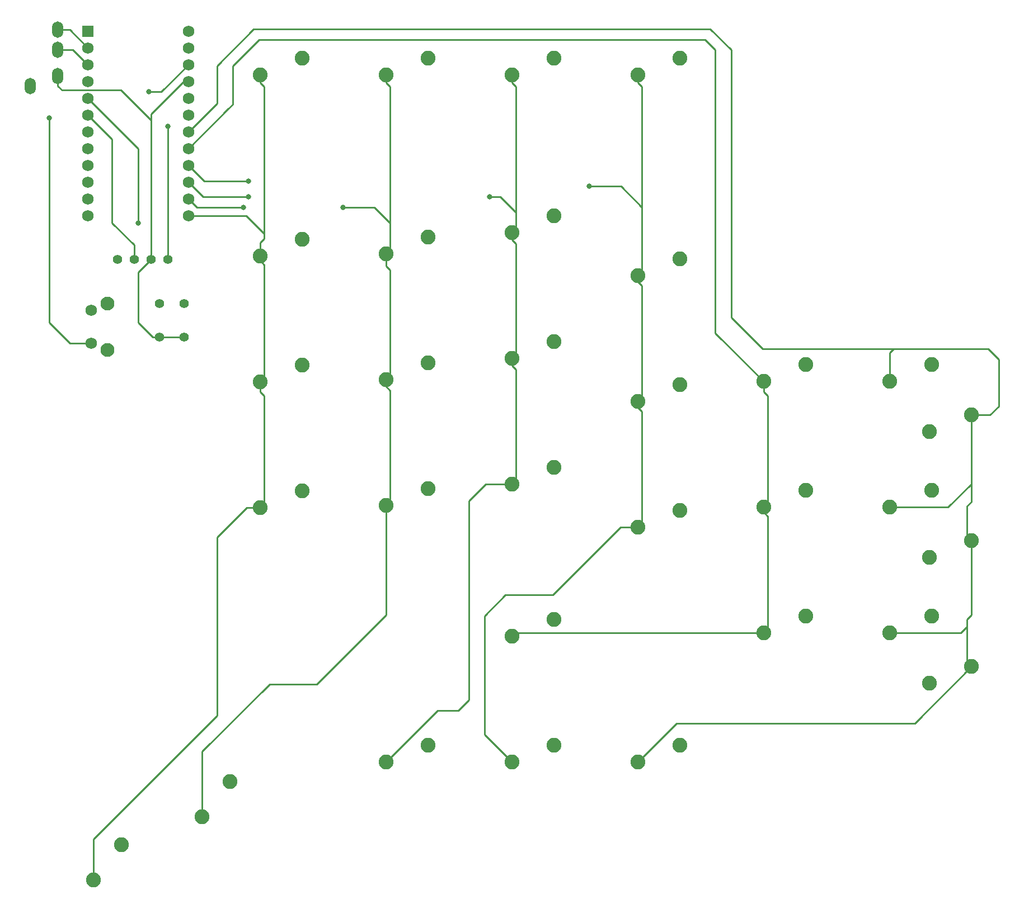
<source format=gtl>
G04 #@! TF.GenerationSoftware,KiCad,Pcbnew,5.1.10*
G04 #@! TF.CreationDate,2022-03-09T15:20:40-05:00*
G04 #@! TF.ProjectId,bourbondox2_right,626f7572-626f-46e6-946f-78325f726967,rev?*
G04 #@! TF.SameCoordinates,Original*
G04 #@! TF.FileFunction,Copper,L1,Top*
G04 #@! TF.FilePolarity,Positive*
%FSLAX46Y46*%
G04 Gerber Fmt 4.6, Leading zero omitted, Abs format (unit mm)*
G04 Created by KiCad (PCBNEW 5.1.10) date 2022-03-09 15:20:40*
%MOMM*%
%LPD*%
G01*
G04 APERTURE LIST*
G04 #@! TA.AperFunction,ComponentPad*
%ADD10C,1.752600*%
G04 #@! TD*
G04 #@! TA.AperFunction,ComponentPad*
%ADD11R,1.752600X1.752600*%
G04 #@! TD*
G04 #@! TA.AperFunction,ComponentPad*
%ADD12C,2.100000*%
G04 #@! TD*
G04 #@! TA.AperFunction,ComponentPad*
%ADD13C,1.750000*%
G04 #@! TD*
G04 #@! TA.AperFunction,ComponentPad*
%ADD14C,1.397000*%
G04 #@! TD*
G04 #@! TA.AperFunction,ComponentPad*
%ADD15C,2.250000*%
G04 #@! TD*
G04 #@! TA.AperFunction,ComponentPad*
%ADD16O,1.700000X2.500000*%
G04 #@! TD*
G04 #@! TA.AperFunction,ViaPad*
%ADD17C,0.800000*%
G04 #@! TD*
G04 #@! TA.AperFunction,Conductor*
%ADD18C,0.250000*%
G04 #@! TD*
G04 APERTURE END LIST*
D10*
G04 #@! TO.P,U1,24*
G04 #@! TO.N,Net-(U1-Pad24)*
X74295000Y-32067500D03*
G04 #@! TO.P,U1,12*
G04 #@! TO.N,row4*
X59055000Y-60007500D03*
G04 #@! TO.P,U1,23*
G04 #@! TO.N,GND*
X74295000Y-34607500D03*
G04 #@! TO.P,U1,22*
G04 #@! TO.N,RESET*
X74295000Y-37147500D03*
G04 #@! TO.P,U1,21*
G04 #@! TO.N,VCC*
X74295000Y-39687500D03*
G04 #@! TO.P,U1,20*
G04 #@! TO.N,Net-(U1-Pad20)*
X74295000Y-42227500D03*
G04 #@! TO.P,U1,19*
G04 #@! TO.N,Net-(U1-Pad19)*
X74295000Y-44767500D03*
G04 #@! TO.P,U1,18*
G04 #@! TO.N,col0*
X74295000Y-47307500D03*
G04 #@! TO.P,U1,17*
G04 #@! TO.N,col1*
X74295000Y-49847500D03*
G04 #@! TO.P,U1,16*
G04 #@! TO.N,col2*
X74295000Y-52387500D03*
G04 #@! TO.P,U1,15*
G04 #@! TO.N,col3*
X74295000Y-54927500D03*
G04 #@! TO.P,U1,14*
G04 #@! TO.N,col4*
X74295000Y-57467500D03*
G04 #@! TO.P,U1,13*
G04 #@! TO.N,col5*
X74295000Y-60007500D03*
G04 #@! TO.P,U1,11*
G04 #@! TO.N,row3*
X59055000Y-57467500D03*
G04 #@! TO.P,U1,10*
G04 #@! TO.N,row2*
X59055000Y-54927500D03*
G04 #@! TO.P,U1,9*
G04 #@! TO.N,row1*
X59055000Y-52387500D03*
G04 #@! TO.P,U1,8*
G04 #@! TO.N,row0*
X59055000Y-49847500D03*
G04 #@! TO.P,U1,7*
G04 #@! TO.N,Net-(U1-Pad7)*
X59055000Y-47307500D03*
G04 #@! TO.P,U1,6*
G04 #@! TO.N,SCL*
X59055000Y-44767500D03*
G04 #@! TO.P,U1,5*
G04 #@! TO.N,SDA*
X59055000Y-42227500D03*
G04 #@! TO.P,U1,4*
G04 #@! TO.N,GND*
X59055000Y-39687500D03*
G04 #@! TO.P,U1,3*
X59055000Y-37147500D03*
G04 #@! TO.P,U1,2*
G04 #@! TO.N,DATA*
X59055000Y-34607500D03*
D11*
G04 #@! TO.P,U1,1*
G04 #@! TO.N,Net-(U1-Pad1)*
X59055000Y-32067500D03*
G04 #@! TD*
D12*
G04 #@! TO.P,SW1,*
G04 #@! TO.N,*
X62021250Y-80375000D03*
D13*
G04 #@! TO.P,SW1,1*
G04 #@! TO.N,RESET*
X59531250Y-79375000D03*
G04 #@! TO.P,SW1,2*
G04 #@! TO.N,GND*
X59531250Y-74375000D03*
D12*
G04 #@! TO.P,SW1,*
G04 #@! TO.N,*
X62021250Y-73365000D03*
G04 #@! TD*
D14*
G04 #@! TO.P,R2,2*
G04 #@! TO.N,VCC*
X73624240Y-78378499D03*
G04 #@! TO.P,R2,1*
G04 #@! TO.N,SCL*
X73624240Y-73298499D03*
G04 #@! TD*
G04 #@! TO.P,R1,2*
G04 #@! TO.N,VCC*
X69850000Y-78378499D03*
G04 #@! TO.P,R1,1*
G04 #@! TO.N,SDA*
X69850000Y-73298499D03*
G04 #@! TD*
G04 #@! TO.P,OL1,4*
G04 #@! TO.N,GND*
X71120000Y-66675000D03*
G04 #@! TO.P,OL1,3*
G04 #@! TO.N,VCC*
X68580000Y-66675000D03*
G04 #@! TO.P,OL1,2*
G04 #@! TO.N,SCL*
X66040000Y-66675000D03*
G04 #@! TO.P,OL1,1*
G04 #@! TO.N,SDA*
X63500000Y-66675000D03*
G04 #@! TD*
D15*
G04 #@! TO.P,MX30_2,2*
G04 #@! TO.N,Net-(D30-Pad2)*
X186372500Y-130842500D03*
G04 #@! TO.P,MX30_2,1*
G04 #@! TO.N,col0*
X192722500Y-128302500D03*
G04 #@! TD*
G04 #@! TO.P,MX20_2,2*
G04 #@! TO.N,Net-(D20-Pad2)*
X186372500Y-111792500D03*
G04 #@! TO.P,MX20_2,1*
G04 #@! TO.N,col0*
X192722500Y-109252500D03*
G04 #@! TD*
G04 #@! TO.P,MX10_2,2*
G04 #@! TO.N,Net-(D10-Pad2)*
X186372500Y-92742500D03*
G04 #@! TO.P,MX10_2,1*
G04 #@! TO.N,col0*
X192722500Y-90202500D03*
G04 #@! TD*
G04 #@! TO.P,MX45,1*
G04 #@! TO.N,col5*
X59855301Y-160621545D03*
G04 #@! TO.P,MX45,2*
G04 #@! TO.N,Net-(D45-Pad2)*
X64084563Y-155246841D03*
G04 #@! TD*
G04 #@! TO.P,MX44,1*
G04 #@! TO.N,col4*
X76353085Y-151096545D03*
G04 #@! TO.P,MX44,2*
G04 #@! TO.N,Net-(D44-Pad2)*
X80582347Y-145721841D03*
G04 #@! TD*
G04 #@! TO.P,MX43,2*
G04 #@! TO.N,Net-(D43-Pad2)*
X110490000Y-140176250D03*
G04 #@! TO.P,MX43,1*
G04 #@! TO.N,col3*
X104140000Y-142716250D03*
G04 #@! TD*
G04 #@! TO.P,MX42,2*
G04 #@! TO.N,Net-(D42-Pad2)*
X129540000Y-140176250D03*
G04 #@! TO.P,MX42,1*
G04 #@! TO.N,col2*
X123190000Y-142716250D03*
G04 #@! TD*
G04 #@! TO.P,MX41,2*
G04 #@! TO.N,Net-(D41-Pad2)*
X129540000Y-121126250D03*
G04 #@! TO.P,MX41,1*
G04 #@! TO.N,col1*
X123190000Y-123666250D03*
G04 #@! TD*
G04 #@! TO.P,MX40,2*
G04 #@! TO.N,Net-(D40-Pad2)*
X148590000Y-140176250D03*
G04 #@! TO.P,MX40,1*
G04 #@! TO.N,col0*
X142240000Y-142716250D03*
G04 #@! TD*
G04 #@! TO.P,MX35,2*
G04 #@! TO.N,Net-(D35-Pad2)*
X91440000Y-101657500D03*
G04 #@! TO.P,MX35,1*
G04 #@! TO.N,col5*
X85090000Y-104197500D03*
G04 #@! TD*
G04 #@! TO.P,MX34,2*
G04 #@! TO.N,Net-(D34-Pad2)*
X110490000Y-101357500D03*
G04 #@! TO.P,MX34,1*
G04 #@! TO.N,col4*
X104140000Y-103897500D03*
G04 #@! TD*
G04 #@! TO.P,MX33,2*
G04 #@! TO.N,Net-(D33-Pad2)*
X129540000Y-98107500D03*
G04 #@! TO.P,MX33,1*
G04 #@! TO.N,col3*
X123190000Y-100647500D03*
G04 #@! TD*
G04 #@! TO.P,MX32,2*
G04 #@! TO.N,Net-(D32-Pad2)*
X148590000Y-104682500D03*
G04 #@! TO.P,MX32,1*
G04 #@! TO.N,col2*
X142240000Y-107222500D03*
G04 #@! TD*
G04 #@! TO.P,MX31,2*
G04 #@! TO.N,Net-(D31-Pad2)*
X167640000Y-120682500D03*
G04 #@! TO.P,MX31,1*
G04 #@! TO.N,col1*
X161290000Y-123222500D03*
G04 #@! TD*
G04 #@! TO.P,MX30,2*
G04 #@! TO.N,Net-(D30-Pad2)*
X186690000Y-120682500D03*
G04 #@! TO.P,MX30,1*
G04 #@! TO.N,col0*
X180340000Y-123222500D03*
G04 #@! TD*
G04 #@! TO.P,MX25,2*
G04 #@! TO.N,Net-(D25-Pad2)*
X91440000Y-82607500D03*
G04 #@! TO.P,MX25,1*
G04 #@! TO.N,col5*
X85090000Y-85147500D03*
G04 #@! TD*
G04 #@! TO.P,MX24,2*
G04 #@! TO.N,Net-(D24-Pad2)*
X110490000Y-82307500D03*
G04 #@! TO.P,MX24,1*
G04 #@! TO.N,col4*
X104140000Y-84847500D03*
G04 #@! TD*
G04 #@! TO.P,MX23,2*
G04 #@! TO.N,Net-(D23-Pad2)*
X129540000Y-79057500D03*
G04 #@! TO.P,MX23,1*
G04 #@! TO.N,col3*
X123190000Y-81597500D03*
G04 #@! TD*
G04 #@! TO.P,MX22,2*
G04 #@! TO.N,Net-(D22-Pad2)*
X148590000Y-85632500D03*
G04 #@! TO.P,MX22,1*
G04 #@! TO.N,col2*
X142240000Y-88172500D03*
G04 #@! TD*
G04 #@! TO.P,MX21,2*
G04 #@! TO.N,Net-(D21-Pad2)*
X167640000Y-101632500D03*
G04 #@! TO.P,MX21,1*
G04 #@! TO.N,col1*
X161290000Y-104172500D03*
G04 #@! TD*
G04 #@! TO.P,MX20,2*
G04 #@! TO.N,Net-(D20-Pad2)*
X186690000Y-101632500D03*
G04 #@! TO.P,MX20,1*
G04 #@! TO.N,col0*
X180340000Y-104172500D03*
G04 #@! TD*
G04 #@! TO.P,MX15,2*
G04 #@! TO.N,Net-(D15-Pad2)*
X91440000Y-63557500D03*
G04 #@! TO.P,MX15,1*
G04 #@! TO.N,col5*
X85090000Y-66097500D03*
G04 #@! TD*
G04 #@! TO.P,MX14,2*
G04 #@! TO.N,Net-(D14-Pad2)*
X110490000Y-63257500D03*
G04 #@! TO.P,MX14,1*
G04 #@! TO.N,col4*
X104140000Y-65797500D03*
G04 #@! TD*
G04 #@! TO.P,MX13,2*
G04 #@! TO.N,Net-(D13-Pad2)*
X129540000Y-60007500D03*
G04 #@! TO.P,MX13,1*
G04 #@! TO.N,col3*
X123190000Y-62547500D03*
G04 #@! TD*
G04 #@! TO.P,MX12,2*
G04 #@! TO.N,Net-(D12-Pad2)*
X148590000Y-66582500D03*
G04 #@! TO.P,MX12,1*
G04 #@! TO.N,col2*
X142240000Y-69122500D03*
G04 #@! TD*
G04 #@! TO.P,MX11,2*
G04 #@! TO.N,Net-(D11-Pad2)*
X167640000Y-82582500D03*
G04 #@! TO.P,MX11,1*
G04 #@! TO.N,col1*
X161290000Y-85122500D03*
G04 #@! TD*
G04 #@! TO.P,MX10,2*
G04 #@! TO.N,Net-(D10-Pad2)*
X186690000Y-82582500D03*
G04 #@! TO.P,MX10,1*
G04 #@! TO.N,col0*
X180340000Y-85122500D03*
G04 #@! TD*
G04 #@! TO.P,MX5,2*
G04 #@! TO.N,Net-(D5-Pad2)*
X91440000Y-36195000D03*
G04 #@! TO.P,MX5,1*
G04 #@! TO.N,col5*
X85090000Y-38735000D03*
G04 #@! TD*
G04 #@! TO.P,MX4,2*
G04 #@! TO.N,Net-(D4-Pad2)*
X110490000Y-36195000D03*
G04 #@! TO.P,MX4,1*
G04 #@! TO.N,col4*
X104140000Y-38735000D03*
G04 #@! TD*
G04 #@! TO.P,MX3,2*
G04 #@! TO.N,Net-(D3-Pad2)*
X129540000Y-36195000D03*
G04 #@! TO.P,MX3,1*
G04 #@! TO.N,col3*
X123190000Y-38735000D03*
G04 #@! TD*
G04 #@! TO.P,MX2,2*
G04 #@! TO.N,Net-(D2-Pad2)*
X148590000Y-36195000D03*
G04 #@! TO.P,MX2,1*
G04 #@! TO.N,col2*
X142240000Y-38735000D03*
G04 #@! TD*
D16*
G04 #@! TO.P,J1,A*
G04 #@! TO.N,Net-(J1-PadA)*
X50287500Y-40375000D03*
G04 #@! TO.P,J1,D*
G04 #@! TO.N,VCC*
X54487500Y-38875000D03*
G04 #@! TO.P,J1,C*
G04 #@! TO.N,GND*
X54487500Y-34875000D03*
G04 #@! TO.P,J1,B*
G04 #@! TO.N,DATA*
X54487500Y-31875000D03*
G04 #@! TD*
D17*
G04 #@! TO.N,GND*
X71120000Y-46513750D03*
G04 #@! TO.N,col2*
X134937500Y-55562500D03*
X83343750Y-54768750D03*
G04 #@! TO.N,col3*
X119856250Y-57150000D03*
X83343750Y-57150000D03*
G04 #@! TO.N,col4*
X97631250Y-58737500D03*
X82550000Y-58737500D03*
G04 #@! TO.N,SDA*
X66675000Y-61118750D03*
G04 #@! TO.N,RESET*
X53181250Y-45243750D03*
X68262500Y-41275000D03*
G04 #@! TD*
D18*
G04 #@! TO.N,VCC*
X73624240Y-78378499D02*
X69850000Y-78378499D01*
X69850000Y-78378499D02*
X68853499Y-78378499D01*
X68853499Y-78378499D02*
X66675000Y-76200000D01*
X66675000Y-68580000D02*
X68580000Y-66675000D01*
X66675000Y-76200000D02*
X66675000Y-68580000D01*
X73532926Y-39687500D02*
X74295000Y-39687500D01*
X68580000Y-44640426D02*
X73532926Y-39687500D01*
X64044949Y-41026199D02*
X68580000Y-45561250D01*
X54487500Y-38875000D02*
X54487500Y-40375000D01*
X54487500Y-40375000D02*
X55138699Y-41026199D01*
X68580000Y-45561250D02*
X68580000Y-44640426D01*
X55138699Y-41026199D02*
X64044949Y-41026199D01*
X68580000Y-66675000D02*
X68580000Y-45561250D01*
G04 #@! TO.N,GND*
X71120000Y-66675000D02*
X71120000Y-46513750D01*
X71120000Y-46513750D02*
X71120000Y-46513750D01*
X56782500Y-34875000D02*
X59055000Y-37147500D01*
X54487500Y-34875000D02*
X56782500Y-34875000D01*
G04 #@! TO.N,DATA*
X56322500Y-31875000D02*
X59055000Y-34607500D01*
X54487500Y-31875000D02*
X56322500Y-31875000D01*
G04 #@! TO.N,col0*
X196850000Y-81756250D02*
X196850000Y-88900000D01*
X195262500Y-80168750D02*
X196850000Y-81756250D01*
X196850000Y-88900000D02*
X195547500Y-90202500D01*
X180340000Y-80803750D02*
X180975000Y-80168750D01*
X195547500Y-90202500D02*
X192722500Y-90202500D01*
X180340000Y-85122500D02*
X180340000Y-80803750D01*
X192722500Y-103346250D02*
X192087500Y-103981250D01*
X192087500Y-108617500D02*
X192722500Y-109252500D01*
X192087500Y-103981250D02*
X192087500Y-108617500D01*
X189197500Y-104172500D02*
X192722500Y-100647500D01*
X180340000Y-104172500D02*
X189197500Y-104172500D01*
X192722500Y-100647500D02*
X192722500Y-103346250D01*
X192722500Y-90202500D02*
X192722500Y-100647500D01*
X192087500Y-127667500D02*
X192722500Y-128302500D01*
X192722500Y-120491250D02*
X192087500Y-121126250D01*
X192722500Y-109252500D02*
X192722500Y-120491250D01*
X191102500Y-123222500D02*
X192087500Y-122237500D01*
X180340000Y-123222500D02*
X191102500Y-123222500D01*
X192087500Y-122237500D02*
X192087500Y-127667500D01*
X192087500Y-121126250D02*
X192087500Y-122237500D01*
X192722500Y-128302500D02*
X184150000Y-136875000D01*
X148081250Y-136875000D02*
X142240000Y-142716250D01*
X184150000Y-136875000D02*
X148081250Y-136875000D01*
X180975000Y-80168750D02*
X184150000Y-80168750D01*
X184150000Y-80168750D02*
X195262500Y-80168750D01*
X78581250Y-43021250D02*
X74295000Y-47307500D01*
X78581250Y-37306250D02*
X78581250Y-38893750D01*
X84137500Y-31750000D02*
X78581250Y-37306250D01*
X153193750Y-31750000D02*
X84137500Y-31750000D01*
X156368750Y-34925000D02*
X153193750Y-31750000D01*
X156368750Y-75406250D02*
X156368750Y-34925000D01*
X161131250Y-80168750D02*
X156368750Y-75406250D01*
X184150000Y-80168750D02*
X161131250Y-80168750D01*
X78581250Y-38893750D02*
X78581250Y-43021250D01*
X78581250Y-38100000D02*
X78581250Y-38893750D01*
G04 #@! TO.N,col1*
X161290000Y-85122500D02*
X161290000Y-86677500D01*
X161290000Y-86677500D02*
X161925000Y-87312500D01*
X161925000Y-103537500D02*
X161290000Y-104172500D01*
X161925000Y-87312500D02*
X161925000Y-103537500D01*
X161290000Y-104172500D02*
X161290000Y-104933750D01*
X161290000Y-104933750D02*
X161925000Y-105568750D01*
X161925000Y-122587500D02*
X161290000Y-123222500D01*
X161925000Y-105568750D02*
X161925000Y-122587500D01*
X123633750Y-123222500D02*
X123190000Y-123666250D01*
X161290000Y-123222500D02*
X123633750Y-123222500D01*
X80327500Y-43815000D02*
X74295000Y-49847500D01*
X80962500Y-43180000D02*
X80327500Y-43815000D01*
X80962500Y-37306250D02*
X80962500Y-43180000D01*
X84931250Y-33337500D02*
X80962500Y-37306250D01*
X152400000Y-33337500D02*
X84931250Y-33337500D01*
X153987500Y-34925000D02*
X152400000Y-33337500D01*
X153987500Y-77820000D02*
X153987500Y-34925000D01*
X161290000Y-85122500D02*
X153987500Y-77820000D01*
G04 #@! TO.N,col2*
X142240000Y-38735000D02*
X142240000Y-39846250D01*
X142240000Y-39846250D02*
X142875000Y-40481250D01*
X142875000Y-68487500D02*
X142240000Y-69122500D01*
X142240000Y-69122500D02*
X142240000Y-70008750D01*
X142240000Y-70008750D02*
X142875000Y-70643750D01*
X142875000Y-87537500D02*
X142240000Y-88172500D01*
X142875000Y-70643750D02*
X142875000Y-87537500D01*
X142240000Y-88172500D02*
X142240000Y-89058750D01*
X142240000Y-89058750D02*
X142875000Y-89693750D01*
X142875000Y-106587500D02*
X142240000Y-107222500D01*
X142875000Y-89693750D02*
X142875000Y-106587500D01*
X142240000Y-107222500D02*
X139633750Y-107222500D01*
X139633750Y-107222500D02*
X129381250Y-117475000D01*
X129381250Y-117475000D02*
X122237500Y-117475000D01*
X122237500Y-117475000D02*
X119062500Y-120650000D01*
X119062500Y-138588750D02*
X123190000Y-142716250D01*
X119062500Y-120650000D02*
X119062500Y-138588750D01*
X142875000Y-61118750D02*
X142875000Y-58737500D01*
X142875000Y-40481250D02*
X142875000Y-61118750D01*
X142875000Y-61118750D02*
X142875000Y-68487500D01*
X142875000Y-58737500D02*
X139700000Y-55562500D01*
X139700000Y-55562500D02*
X134937500Y-55562500D01*
X134937500Y-55562500D02*
X134937500Y-55562500D01*
X76676250Y-54768750D02*
X74295000Y-52387500D01*
X83343750Y-54768750D02*
X76676250Y-54768750D01*
G04 #@! TO.N,col3*
X123190000Y-38735000D02*
X123190000Y-39846250D01*
X123190000Y-39846250D02*
X123825000Y-40481250D01*
X123825000Y-61912500D02*
X123190000Y-62547500D01*
X123190000Y-62547500D02*
X123190000Y-63658750D01*
X123190000Y-63658750D02*
X123825000Y-64293750D01*
X123825000Y-80962500D02*
X123190000Y-81597500D01*
X123825000Y-64293750D02*
X123825000Y-80962500D01*
X123190000Y-81597500D02*
X123190000Y-82708750D01*
X123190000Y-82708750D02*
X123825000Y-83343750D01*
X123825000Y-100012500D02*
X123190000Y-100647500D01*
X123825000Y-83343750D02*
X123825000Y-100012500D01*
X111918750Y-134937500D02*
X104140000Y-142716250D01*
X116681250Y-133350000D02*
X115093750Y-134937500D01*
X116681250Y-103187500D02*
X116681250Y-133350000D01*
X119221250Y-100647500D02*
X116681250Y-103187500D01*
X115093750Y-134937500D02*
X111918750Y-134937500D01*
X123190000Y-100647500D02*
X119221250Y-100647500D01*
X123825000Y-60325000D02*
X123825000Y-59531250D01*
X123825000Y-40481250D02*
X123825000Y-60325000D01*
X123825000Y-60325000D02*
X123825000Y-61912500D01*
X123825000Y-59531250D02*
X121443750Y-57150000D01*
X121443750Y-57150000D02*
X119856250Y-57150000D01*
X119856250Y-57150000D02*
X119856250Y-57150000D01*
X76517500Y-57150000D02*
X74295000Y-54927500D01*
X83343750Y-57150000D02*
X76517500Y-57150000D01*
G04 #@! TO.N,col4*
X104140000Y-38735000D02*
X104140000Y-39846250D01*
X104140000Y-39846250D02*
X104775000Y-40481250D01*
X104775000Y-65162500D02*
X104140000Y-65797500D01*
X104775000Y-84212500D02*
X104140000Y-84847500D01*
X104775000Y-68262500D02*
X104775000Y-84212500D01*
X104140000Y-67627500D02*
X104775000Y-68262500D01*
X104140000Y-65797500D02*
X104140000Y-67627500D01*
X104775000Y-86518750D02*
X104775000Y-103262500D01*
X104140000Y-85883750D02*
X104775000Y-86518750D01*
X104775000Y-103262500D02*
X104140000Y-103897500D01*
X104140000Y-84847500D02*
X104140000Y-85883750D01*
X104140000Y-103897500D02*
X104140000Y-120491250D01*
X104140000Y-120491250D02*
X93662500Y-130968750D01*
X93662500Y-130968750D02*
X86518750Y-130968750D01*
X76353085Y-141134415D02*
X76353085Y-151096545D01*
X86518750Y-130968750D02*
X76353085Y-141134415D01*
X104775000Y-64293750D02*
X104775000Y-61118750D01*
X104775000Y-40481250D02*
X104775000Y-64293750D01*
X104775000Y-64293750D02*
X104775000Y-65162500D01*
X104775000Y-61118750D02*
X102393750Y-58737500D01*
X102393750Y-58737500D02*
X97631250Y-58737500D01*
X97631250Y-58737500D02*
X97631250Y-58737500D01*
X75565000Y-58737500D02*
X74295000Y-57467500D01*
X82550000Y-58737500D02*
X75565000Y-58737500D01*
G04 #@! TO.N,col5*
X85090000Y-38735000D02*
X85090000Y-39846250D01*
X85090000Y-39846250D02*
X85725000Y-40481250D01*
X85725000Y-40481250D02*
X85725000Y-63500000D01*
X85090000Y-64135000D02*
X85090000Y-66097500D01*
X85725000Y-63500000D02*
X85090000Y-64135000D01*
X85725000Y-67468750D02*
X85725000Y-84512500D01*
X85090000Y-66833750D02*
X85725000Y-67468750D01*
X85725000Y-84512500D02*
X85090000Y-85147500D01*
X85090000Y-66097500D02*
X85090000Y-66833750D01*
X85725000Y-103562500D02*
X85090000Y-104197500D01*
X85725000Y-87312500D02*
X85725000Y-103562500D01*
X85090000Y-86677500D02*
X85725000Y-87312500D01*
X85090000Y-85147500D02*
X85090000Y-86677500D01*
X85090000Y-104197500D02*
X83127500Y-104197500D01*
X83127500Y-104197500D02*
X78581250Y-108743750D01*
X78581250Y-108743750D02*
X78581250Y-135731250D01*
X59855301Y-154457199D02*
X59855301Y-160621545D01*
X78581250Y-135731250D02*
X59855301Y-154457199D01*
X85725000Y-63500000D02*
X85725000Y-62706250D01*
X83026250Y-60007500D02*
X74295000Y-60007500D01*
X85725000Y-62706250D02*
X83026250Y-60007500D01*
G04 #@! TO.N,SCL*
X66040000Y-66675000D02*
X66040000Y-64452500D01*
X66040000Y-64452500D02*
X62706250Y-61118750D01*
X62706250Y-48418750D02*
X59055000Y-44767500D01*
X62706250Y-61118750D02*
X62706250Y-48418750D01*
G04 #@! TO.N,SDA*
X66675000Y-49847500D02*
X59055000Y-42227500D01*
X66675000Y-61118750D02*
X66675000Y-49847500D01*
G04 #@! TO.N,RESET*
X53181250Y-76200000D02*
X53181250Y-45243750D01*
X56356250Y-79375000D02*
X53181250Y-76200000D01*
X59531250Y-79375000D02*
X56356250Y-79375000D01*
X53181250Y-45243750D02*
X53181250Y-45243750D01*
X70167500Y-41275000D02*
X74295000Y-37147500D01*
X68262500Y-41275000D02*
X70167500Y-41275000D01*
G04 #@! TD*
M02*

</source>
